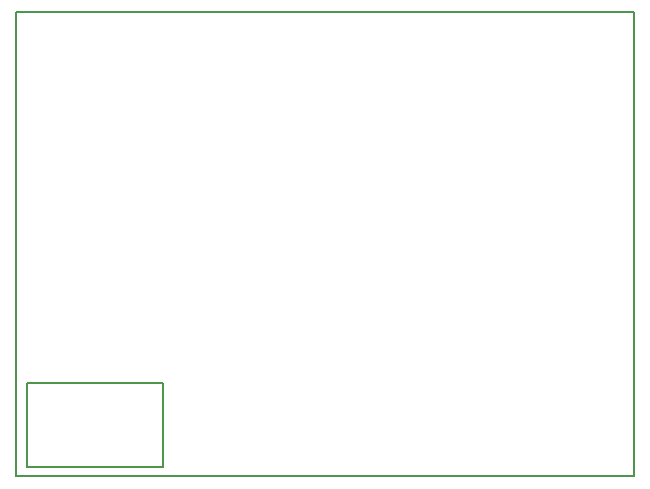
<source format=gbr>
G04 EAGLE Gerber RS-274X export*
G75*
%MOMM*%
%FSLAX34Y34*%
%LPD*%
%INSilkscreen Bottom*%
%IPPOS*%
%AMOC8*
5,1,8,0,0,1.08239X$1,22.5*%
G01*
%ADD10C,0.152400*%


D10*
X202800Y242500D02*
X-320200Y242500D01*
X-320200Y635500D01*
X202800Y635500D01*
X202800Y242500D01*
X-196200Y250500D02*
X-311200Y250500D01*
X-196200Y250500D02*
X-196200Y321500D01*
X-311200Y321500D01*
X-311200Y250500D01*
M02*

</source>
